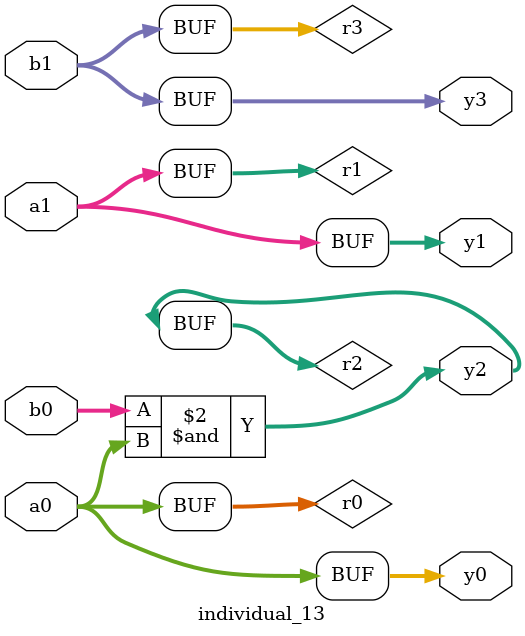
<source format=sv>
module individual_13(input logic [15:0] a1, input logic [15:0] a0, input logic [15:0] b1, input logic [15:0] b0, output logic [15:0] y3, output logic [15:0] y2, output logic [15:0] y1, output logic [15:0] y0);
logic [15:0] r0, r1, r2, r3; 
 always@(*) begin 
	 r0 = a0; r1 = a1; r2 = b0; r3 = b1; 
 	 r2  &=  a0 ;
 	 y3 = r3; y2 = r2; y1 = r1; y0 = r0; 
end
endmodule
</source>
